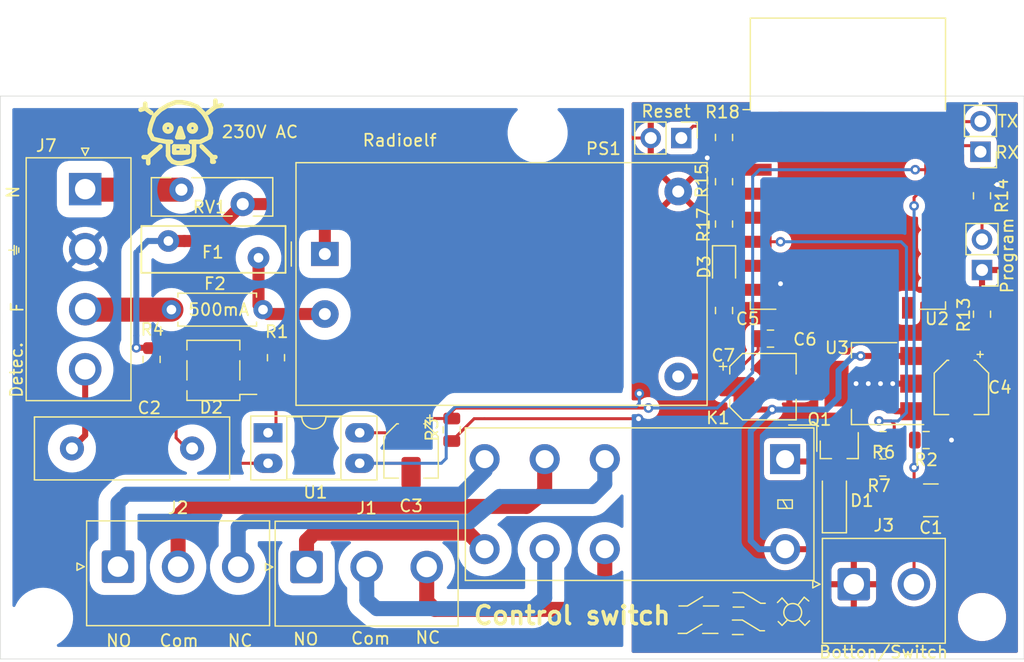
<source format=kicad_pcb>
(kicad_pcb (version 20200628) (host pcbnew "5.99.0-unknown-a61ea1f~102~ubuntu18.04.1")
  (layers (0 "F.Cu" signal) (31 "B.Cu" signal) (34 "B.Paste" user) (35 "F.Paste" user) (36 "B.SilkS" user) (37 "F.SilkS" user) (38 "B.Mask" user) (39 "F.Mask" user) (44 "Edge.Cuts" user))
  (net 0 "")
  (net 1 "/Control")
  (net 2 "GND")
  (net 3 "Net-(C2-Pad2)")
  (net 4 "Net-(C2-Pad1)")
  (net 5 "Net-(C3-Pad1)")
  (net 6 "+3V3")
  (net 7 "+5V")
  (net 8 "Net-(D1-Pad2)")
  (net 9 "Net-(D2-Pad3)")
  (net 10 "Net-(D2-Pad2)")
  (net 11 "Net-(D2-Pad1)")
  (net 12 "/Status")
  (net 13 "Net-(D3-Pad1)")
  (net 14 "/N")
  (net 15 "Net-(F1-Pad1)")
  (net 16 "/F")
  (net 17 "Net-(F2-Pad1)")
  (net 18 "Net-(J1-Pad3)")
  (net 19 "Net-(J1-Pad2)")
  (net 20 "Net-(J1-Pad1)")
  (net 21 "Net-(J2-Pad3)")
  (net 22 "Net-(J2-Pad2)")
  (net 23 "Net-(J2-Pad1)")
  (net 24 "Earth")
  (net 25 "Net-(J8-Pad2)")
  (net 26 "Net-(J8-Pad1)")
  (net 27 "Net-(JP1-Pad2)")
  (net 28 "Net-(JP2-Pad1)")
  (net 29 "Net-(Q1-Pad1)")
  (net 30 "Net-(R1-Pad2)")
  (net 31 "/Relay")
  (net 32 "Net-(R13-Pad2)")
  (net 33 "Net-(R15-Pad1)")
  (net 34 "Net-(U2-Pad17)")
  (net 35 "Net-(U2-Pad14)")
  (net 36 "Net-(U2-Pad13)")
  (net 37 "Net-(U2-Pad12)")
  (net 38 "Net-(U2-Pad11)")
  (net 39 "Net-(U2-Pad10)")
  (net 40 "Net-(U2-Pad9)")
  (net 41 "Net-(U2-Pad5)")
  (net 42 "Net-(U2-Pad2)")
  (net 43 "Net-(U2-Pad4)")
  (module "Fuse:Fuse_Bourns_MF-RG400" (layer "F.Cu") (at 114.7064 77.5716 180)
    (fp_text reference "F1" (at 2.4892 -4.0132) (layer "F.SilkS"))
    (fp_text value "SF70E")
    (pad "2" thru_hole circle (at 5.1 1.2 180) (size 2.01 2.01) (drill 1.01) (layers *.Cu *.Mask) (net 14 "/N"))
    (pad "1" thru_hole circle (at 0 0 180) (size 2.01 2.01) (drill 1.01) (layers *.Cu *.Mask) (net 15 "Net-(F1-Pad1)"))
  )
  (module "Package_TO_SOT_SMD:TO-269AA" (layer "F.Cu") (at 112.268 91.4146 180)
    (fp_text reference "D2" (at 0.1778 -3.0861) (layer "F.SilkS"))
    (fp_text value "MB6S")
    (pad "4" smd rect (at 3.075 -1.27 180) (size 1 0.8) (layers "F.Cu" "F.Paste" "F.Mask") (net 3 "Net-(C2-Pad2)"))
    (pad "3" smd rect (at 3.075 1.27 180) (size 1 0.8) (layers "F.Cu" "F.Paste" "F.Mask") (net 9 "Net-(D2-Pad3)"))
    (pad "2" smd rect (at -3.075 1.27 180) (size 1 0.8) (layers "F.Cu" "F.Paste" "F.Mask") (net 10 "Net-(D2-Pad2)"))
    (pad "1" smd rect (at -3.075 -1.27 180) (size 1 0.8) (layers "F.Cu" "F.Paste" "F.Mask") (net 11 "Net-(D2-Pad1)"))
  )
  (module "Symbol:Symbol_Danger_CopperTop_Small_mod" (layer "F.Cu") (at 109.5121 71.628)
    (fp_text reference "REF**" hide)
    (fp_text value "Danger" hide)
  )
  (module "MountingHole:MountingHole_3mm" (layer "F.Cu") (at 98.0948 112.014)
    (fp_text reference "REF**" hide)
    (fp_text value "3mm" hide)
    (pad "1" np_thru_hole circle (at 0 0) (size 3 3) (drill 3) (layers *.Cu *.Mask))
  )
  (module "MountingHole:MountingHole_3mm" (layer "F.Cu") (at 176.2125 111.9505)
    (fp_text reference "REF**" hide)
    (fp_text value "3mm" hide)
    (pad "1" np_thru_hole circle (at 0 0) (size 3 3) (drill 3) (layers *.Cu *.Mask))
  )
  (module "MountingHole:MountingHole_3mm" (layer "F.Cu") (at 139.2428 71.6407)
    (fp_text reference "REF**" hide)
    (fp_text value "3mm" hide)
    (pad "1" np_thru_hole circle (at 0 0) (size 3 3) (drill 3) (layers *.Cu *.Mask))
  )
  (module "Relay_THT:Relay_DPDT_Omron_G2RL" (layer "F.Cu") (at 159.8295 98.806 180)
    (fp_text reference "K1" (at 5.588 3.429 180) (layer "F.SilkS"))
    (fp_text value "SMI-5VDC-2C")
    (pad "8" thru_hole oval (at 0 -7.5 270) (size 2.5 2.5) (drill 1.5) (layers *.Cu *.Mask) (net 7 "+5V"))
    (pad "7" thru_hole oval (at 15 -7.5 270) (size 2.5 2.5) (drill 1.5) (layers *.Cu *.Mask) (net 18 "Net-(J1-Pad3)"))
    (pad "6" thru_hole oval (at 20 -7.5 270) (size 2.5 2.5) (drill 1.5) (layers *.Cu *.Mask) (net 19 "Net-(J1-Pad2)"))
    (pad "5" thru_hole oval (at 25 -7.5 270) (size 2.5 2.5) (drill 1.5) (layers *.Cu *.Mask) (net 20 "Net-(J1-Pad1)"))
    (pad "4" thru_hole oval (at 25 0 270) (size 2.5 2.5) (drill 1.5) (layers *.Cu *.Mask) (net 23 "Net-(J2-Pad1)"))
    (pad "3" thru_hole oval (at 20 0 270) (size 2.5 2.5) (drill 1.5) (layers *.Cu *.Mask) (net 22 "Net-(J2-Pad2)"))
    (pad "2" thru_hole oval (at 15 0 270) (size 2.5 2.5) (drill 1.5) (layers *.Cu *.Mask) (net 21 "Net-(J2-Pad3)"))
    (pad "1" thru_hole rect (at 0 0 270) (size 2.5 2.5) (drill 1.5) (layers *.Cu *.Mask) (net 8 "Net-(D1-Pad2)"))
  )
  (module "Package_DIP:DIP-4_W7.62mm_Socket_LongPads" (layer "F.Cu") (at 116.81652 96.611015)
    (fp_text reference "U1" (at 3.937 4.953) (layer "F.SilkS"))
    (fp_text value "TLP620")
    (pad "4" thru_hole oval (at 7.62 0) (size 2.4 1.6) (drill 0.8) (layers *.Cu *.Mask) (net 5 "Net-(C3-Pad1)"))
    (pad "2" thru_hole oval (at 0 2.54) (size 2.4 1.6) (drill 0.8) (layers *.Cu *.Mask) (net 11 "Net-(D2-Pad1)"))
    (pad "3" thru_hole oval (at 7.62 2.54) (size 2.4 1.6) (drill 0.8) (layers *.Cu *.Mask) (net 2 "GND"))
    (pad "1" thru_hole rect (at 0 0) (size 2.4 1.6) (drill 0.8) (layers *.Cu *.Mask) (net 30 "Net-(R1-Pad2)"))
  )
  (module "Package_TO_SOT_SMD:SOT-223-3_TabPin2" (layer "F.Cu") (at 167.259 92.5195 180)
    (fp_text reference "U3" (at 3.1115 2.9845) (layer "F.SilkS"))
    (fp_text value "LM1117-3.3")
    (pad "1" smd rect (at -3.15 -2.3 180) (size 2 1.5) (layers "F.Cu" "F.Paste" "F.Mask") (net 2 "GND"))
    (pad "3" smd rect (at -3.15 2.3 180) (size 2 1.5) (layers "F.Cu" "F.Paste" "F.Mask") (net 7 "+5V"))
    (pad "2" smd rect (at -3.15 0 180) (size 2 1.5) (layers "F.Cu" "F.Paste" "F.Mask") (net 6 "+3V3"))
    (pad "2" smd rect (at 3.15 0 180) (size 2 3.8) (layers "F.Cu" "F.Paste" "F.Mask") (net 6 "+3V3"))
  )
  (module "RF_Module:ESP-12E" (layer "F.Cu") (at 165.0565 74.208)
    (fp_text reference "U2" (at 7.4095 12.914) (layer "F.SilkS"))
    (fp_text value "ESP-12F")
    (pad "22" smd rect (at 7.6 -3.5) (size 2.5 1) (layers "F.Cu" "F.Paste" "F.Mask") (net 25 "Net-(J8-Pad2)"))
    (pad "21" smd rect (at 7.6 -1.5) (size 2.5 1) (layers "F.Cu" "F.Paste" "F.Mask") (net 26 "Net-(J8-Pad1)"))
    (pad "20" smd rect (at 7.6 0.5) (size 2.5 1) (layers "F.Cu" "F.Paste" "F.Mask") (net 5 "Net-(C3-Pad1)"))
    (pad "19" smd rect (at 7.6 2.5) (size 2.5 1) (layers "F.Cu" "F.Paste" "F.Mask") (net 1 "/Control"))
    (pad "18" smd rect (at 7.6 4.5) (size 2.5 1) (layers "F.Cu" "F.Paste" "F.Mask") (net 27 "Net-(JP1-Pad2)"))
    (pad "17" smd rect (at 7.6 6.5) (size 2.5 1) (layers "F.Cu" "F.Paste" "F.Mask") (net 34 "Net-(U2-Pad17)"))
    (pad "16" smd rect (at 7.6 8.5) (size 2.5 1) (layers "F.Cu" "F.Paste" "F.Mask") (net 32 "Net-(R13-Pad2)"))
    (pad "15" smd rect (at 7.6 10.5) (size 2.5 1) (layers "F.Cu" "F.Paste" "F.Mask") (net 2 "GND"))
    (pad "14" smd rect (at 5 12) (size 1 1.8) (layers "F.Cu" "F.Paste" "F.Mask") (net 35 "Net-(U2-Pad14)"))
    (pad "13" smd rect (at 3 12) (size 1 1.8) (layers "F.Cu" "F.Paste" "F.Mask") (net 36 "Net-(U2-Pad13)"))
    (pad "12" smd rect (at 1 12) (size 1 1.8) (layers "F.Cu" "F.Paste" "F.Mask") (net 37 "Net-(U2-Pad12)"))
    (pad "11" smd rect (at -1 12) (size 1 1.8) (layers "F.Cu" "F.Paste" "F.Mask") (net 38 "Net-(U2-Pad11)"))
    (pad "10" smd rect (at -3 12) (size 1 1.8) (layers "F.Cu" "F.Paste" "F.Mask") (net 39 "Net-(U2-Pad10)"))
    (pad "9" smd rect (at -5 12) (size 1 1.8) (layers "F.Cu" "F.Paste" "F.Mask") (net 40 "Net-(U2-Pad9)"))
    (pad "8" smd rect (at -7.6 10.5) (size 2.5 1) (layers "F.Cu" "F.Paste" "F.Mask") (net 6 "+3V3"))
    (pad "7" smd rect (at -7.6 8.5) (size 2.5 1) (layers "F.Cu" "F.Paste" "F.Mask") (net 12 "/Status"))
    (pad "6" smd rect (at -7.6 6.5) (size 2.5 1) (layers "F.Cu" "F.Paste" "F.Mask") (net 31 "/Relay"))
    (pad "5" smd rect (at -7.6 4.5) (size 2.5 1) (layers "F.Cu" "F.Paste" "F.Mask") (net 41 "Net-(U2-Pad5)"))
    (pad "4" smd rect (at -7.6 2.5) (size 2.5 1) (layers "F.Cu" "F.Paste" "F.Mask") (net 43 "Net-(U2-Pad4)"))
    (pad "3" smd rect (at -7.6 0.5) (size 2.5 1) (layers "F.Cu" "F.Paste" "F.Mask") (net 33 "Net-(R15-Pad1)"))
    (pad "2" smd rect (at -7.6 -1.5) (size 2.5 1) (layers "F.Cu" "F.Paste" "F.Mask") (net 42 "Net-(U2-Pad2)"))
    (pad "1" smd rect (at -7.6 -3.5) (size 2.5 1) (layers "F.Cu" "F.Paste" "F.Mask") (net 28 "Net-(JP2-Pad1)"))
  )
  (module "Varistor:RV_Disc_D12mm_W3.9mm_P7.5mm" (layer "F.Cu") (at 108.5215 80.645)
    (fp_text reference "RV1" (at 3.4417 -2.8194) (layer "F.SilkS"))
    (fp_text value "250V")
    (pad "2" thru_hole circle (at 7.5 1.4) (size 1.8 1.8) (drill 0.8) (layers *.Cu *.Mask) (net 17 "Net-(F2-Pad1)"))
    (pad "1" thru_hole circle (at 0 0) (size 1.8 1.8) (drill 0.8) (layers *.Cu *.Mask) (net 15 "Net-(F1-Pad1)"))
  )
  (module "Resistor_SMD:R_0805_2012Metric" (layer "F.Cu") (at 154.7495 72.024 -90)
    (fp_text reference "R18" (at -2.1105 0.127 180) (layer "F.SilkS"))
    (fp_text value "10K")
    (pad "2" smd roundrect (at 0.9375 0 270) (size 0.975 1.4) (layers "F.Cu" "F.Paste" "F.Mask") (net 6 "+3V3"))
    (pad "1" smd roundrect (at -0.9375 0 270) (size 0.975 1.4) (layers "F.Cu" "F.Paste" "F.Mask") (net 28 "Net-(JP2-Pad1)"))
  )
  (module "Resistor_SMD:R_0805_2012Metric" (layer "F.Cu") (at 154.7495 79.233 90)
    (fp_text reference "R17" (at -0.0785 -1.7145 90) (layer "F.SilkS"))
    (fp_text value "330R")
    (pad "2" smd roundrect (at 0.9375 0 90) (size 0.975 1.4) (layers "F.Cu" "F.Paste" "F.Mask") (net 2 "GND"))
    (pad "1" smd roundrect (at -0.9375 0 90) (size 0.975 1.4) (layers "F.Cu" "F.Paste" "F.Mask") (net 13 "Net-(D3-Pad1)"))
  )
  (module "Resistor_SMD:R_0805_2012Metric" (layer "F.Cu") (at 154.7495 75.707 -90)
    (fp_text reference "R15" (at -0.0785 1.8415 90) (layer "F.SilkS"))
    (fp_text value "1K")
    (pad "2" smd roundrect (at 0.9375 0 270) (size 0.975 1.4) (layers "F.Cu" "F.Paste" "F.Mask") (net 6 "+3V3"))
    (pad "1" smd roundrect (at -0.9375 0 270) (size 0.975 1.4) (layers "F.Cu" "F.Paste" "F.Mask") (net 33 "Net-(R15-Pad1)"))
  )
  (module "Resistor_SMD:R_0805_2012Metric" (layer "F.Cu") (at 176.2125 76.8835 -90)
    (fp_text reference "R14" (at 0 -1.65 90) (layer "F.SilkS"))
    (fp_text value "10K")
    (pad "2" smd roundrect (at 0.9375 0 270) (size 0.975 1.4) (layers "F.Cu" "F.Paste" "F.Mask") (net 27 "Net-(JP1-Pad2)"))
    (pad "1" smd roundrect (at -0.9375 0 270) (size 0.975 1.4) (layers "F.Cu" "F.Paste" "F.Mask") (net 6 "+3V3"))
  )
  (module "Resistor_SMD:R_0805_2012Metric" (layer "F.Cu") (at 176.2125 86.741 90)
    (fp_text reference "R13" (at -0.0635 -1.524 270) (layer "F.SilkS"))
    (fp_text value "1K")
    (pad "2" smd roundrect (at 0.9375 0 90) (size 0.975 1.4) (layers "F.Cu" "F.Paste" "F.Mask") (net 32 "Net-(R13-Pad2)"))
    (pad "1" smd roundrect (at -0.9375 0 90) (size 0.975 1.4) (layers "F.Cu" "F.Paste" "F.Mask") (net 2 "GND"))
  )
  (module "Resistor_SMD:R_0805_2012Metric" (layer "F.Cu") (at 167.9575 99.5045)
    (fp_text reference "R7" (at -0.3175 1.524) (layer "F.SilkS"))
    (fp_text value "10K")
    (pad "2" smd roundrect (at 0.9375 0) (size 0.975 1.4) (layers "F.Cu" "F.Paste" "F.Mask") (net 2 "GND"))
    (pad "1" smd roundrect (at -0.9375 0) (size 0.975 1.4) (layers "F.Cu" "F.Paste" "F.Mask") (net 29 "Net-(Q1-Pad1)"))
  )
  (module "Resistor_SMD:R_0805_2012Metric" (layer "F.Cu") (at 167.9725 97.2185)
    (fp_text reference "R6" (at 0.0485 1.016) (layer "F.SilkS"))
    (fp_text value "1K")
    (pad "2" smd roundrect (at 0.9375 0) (size 0.975 1.4) (layers "F.Cu" "F.Paste" "F.Mask") (net 31 "/Relay"))
    (pad "1" smd roundrect (at -0.9375 0) (size 0.975 1.4) (layers "F.Cu" "F.Paste" "F.Mask") (net 29 "Net-(Q1-Pad1)"))
  )
  (module "Resistor_SMD:R_0805_2012Metric" (layer "F.Cu") (at 107.1245 90.5025 -90)
    (fp_text reference "R4" (at -2.4915 -0.0635 180) (layer "F.SilkS"))
    (fp_text value "56K")
    (pad "2" smd roundrect (at 0.9375 0 270) (size 0.975 1.4) (layers "F.Cu" "F.Paste" "F.Mask") (net 9 "Net-(D2-Pad3)"))
    (pad "1" smd roundrect (at -0.9375 0 270) (size 0.975 1.4) (layers "F.Cu" "F.Paste" "F.Mask") (net 15 "Net-(F1-Pad1)"))
  )
  (module "Resistor_SMD:R_0805_2012Metric" (layer "F.Cu") (at 132.099141 96.363213 90)
    (fp_text reference "R3" (at 0 -1.65 90) (layer "F.SilkS"))
    (fp_text value "10K")
    (pad "2" smd roundrect (at 0.9375 0 90) (size 0.975 1.4) (layers "F.Cu" "F.Paste" "F.Mask") (net 5 "Net-(C3-Pad1)"))
    (pad "1" smd roundrect (at -0.9375 0 90) (size 0.975 1.4) (layers "F.Cu" "F.Paste" "F.Mask") (net 6 "+3V3"))
  )
  (module "Resistor_SMD:R_0805_2012Metric" (layer "F.Cu") (at 171.562 97.2185 180)
    (fp_text reference "R2" (at 0 -1.65) (layer "F.SilkS"))
    (fp_text value "10K")
    (pad "2" smd roundrect (at 0.9375 0 180) (size 0.975 1.4) (layers "F.Cu" "F.Paste" "F.Mask") (net 1 "/Control"))
    (pad "1" smd roundrect (at -0.9375 0 180) (size 0.975 1.4) (layers "F.Cu" "F.Paste" "F.Mask") (net 6 "+3V3"))
  )
  (module "Resistor_SMD:R_0805_2012Metric" (layer "F.Cu") (at 117.475 90.3605 -90)
    (fp_text reference "R1" (at -2.159 -0.0635 180) (layer "F.SilkS"))
    (fp_text value "2k7")
    (pad "2" smd roundrect (at 0.9375 0 270) (size 0.975 1.4) (layers "F.Cu" "F.Paste" "F.Mask") (net 30 "Net-(R1-Pad2)"))
    (pad "1" smd roundrect (at -0.9375 0 270) (size 0.975 1.4) (layers "F.Cu" "F.Paste" "F.Mask") (net 10 "Net-(D2-Pad2)"))
  )
  (module "Package_TO_SOT_SMD:SOT-23" (layer "F.Cu") (at 164.338 98.002489 -90)
    (fp_text reference "Q1" (at -2.498489 1.651 180) (layer "F.SilkS"))
    (fp_text value "BSS138")
    (pad "3" smd rect (at 1 0 270) (size 0.9 0.8) (layers "F.Cu" "F.Paste" "F.Mask") (net 8 "Net-(D1-Pad2)"))
    (pad "2" smd rect (at -1 0.95 270) (size 0.9 0.8) (layers "F.Cu" "F.Paste" "F.Mask") (net 2 "GND"))
    (pad "1" smd rect (at -1 -0.95 270) (size 0.9 0.8) (layers "F.Cu" "F.Paste" "F.Mask") (net 29 "Net-(Q1-Pad1)"))
  )
  (module "Converter_ACDC:Converter_ACDC_HiLink_HLK-PMxx" (layer "F.Cu") (at 121.539 81.7245)
    (fp_text reference "PS1" (at 23.1775 -8.763 180) (layer "F.SilkS"))
    (fp_text value "HLK-PM01")
    (pad "4" thru_hole circle (at 29.4 10.2) (size 2.3 2.3) (drill 1) (layers *.Cu *.Mask) (net 7 "+5V"))
    (pad "2" thru_hole circle (at 0 5) (size 2.3 2.3) (drill 1) (layers *.Cu *.Mask) (net 17 "Net-(F2-Pad1)"))
    (pad "1" thru_hole rect (at 0 0) (size 2.3 2) (drill 1) (layers *.Cu *.Mask) (net 15 "Net-(F1-Pad1)"))
    (pad "3" thru_hole circle (at 29.4 -5.2) (size 2.3 2.3) (drill 1) (layers *.Cu *.Mask) (net 2 "GND"))
  )
  (module "Connector_PinHeader_2.54mm:PinHeader_1x02_P2.54mm_Vertical" (layer "F.Cu") (at 151.1935 72.0725 -90)
    (fp_text reference "JP2" hide)
    (fp_text value "Reset" (at -2.2225 1.27 180) (layer "F.SilkS"))
    (pad "2" thru_hole oval (at 0 2.54 270) (size 1.7 1.7) (drill 1) (layers *.Cu *.Mask) (net 2 "GND"))
    (pad "1" thru_hole rect (at 0 0 270) (size 1.7 1.7) (drill 1) (layers *.Cu *.Mask) (net 28 "Net-(JP2-Pad1)"))
  )
  (module "Connector_PinHeader_2.54mm:PinHeader_1x02_P2.54mm_Vertical" (layer "F.Cu") (at 176.2125 83.058 180)
    (fp_text reference "JP1" hide)
    (fp_text value "Close to program" hide)
    (fp_text user "Program" (at -2.0955 1.2065 90) (layer "F.SilkS"))
    (pad "2" thru_hole oval (at 0 2.54 180) (size 1.7 1.7) (drill 1) (layers *.Cu *.Mask) (net 27 "Net-(JP1-Pad2)"))
    (pad "1" thru_hole rect (at 0 0 180) (size 1.7 1.7) (drill 1) (layers *.Cu *.Mask) (net 2 "GND"))
  )
  (module "Connector_PinHeader_2.54mm:PinHeader_1x02_P2.54mm_Vertical" (layer "F.Cu") (at 176.0855 73.2155 180)
    (fp_text reference "J8" hide)
    (fp_text value "Program")
    (pad "2" thru_hole oval (at 0 2.54 180) (size 1.7 1.7) (drill 1) (layers *.Cu *.Mask) (net 25 "Net-(J8-Pad2)"))
    (pad "1" thru_hole rect (at 0 0 180) (size 1.7 1.7) (drill 1) (layers *.Cu *.Mask) (net 26 "Net-(J8-Pad1)"))
  )
  (module "Connector_JST:JST_NV_B04P-NV_1x04_P5.00mm_Vertical" (layer "F.Cu") (at 101.6 76.327 -90)
    (fp_text reference "J7" (at -3.6195 3.2385 180) (layer "F.SilkS"))
    (fp_text value "230V AC")
    (pad "4" thru_hole circle (at 15 0 270) (size 2.7 2.7) (drill 1.7) (layers *.Cu *.Mask) (net 4 "Net-(C2-Pad1)"))
    (pad "3" thru_hole circle (at 10 0 270) (size 2.7 2.7) (drill 1.7) (layers *.Cu *.Mask) (net 16 "/F"))
    (pad "2" thru_hole circle (at 5 0 270) (size 2.7 2.7) (drill 1.7) (layers *.Cu *.Mask) (net 24 "Earth"))
    (pad "1" thru_hole rect (at 0 0 270) (size 2.7 2.7) (drill 1.7) (layers *.Cu *.Mask) (net 14 "/N"))
  )
  (module "Connector_JST:JST_NV_B02P-NV_1x02_P5.00mm_Vertical" (layer "F.Cu") (at 165.5445 109.22)
    (fp_text reference "J3" (at 2.5 -4.9) (layer "F.SilkS"))
    (fp_text value "Botton/Switch" (at 2.4765 5.6515) (layer "F.SilkS"))
    (pad "2" thru_hole circle (at 5 0) (size 2.7 2.7) (drill 1.7) (layers *.Cu *.Mask) (net 1 "/Control"))
    (pad "1" thru_hole roundrect (at 0 0) (size 2.7 2.7) (drill 1.7) (layers *.Cu *.Mask) (roundrect_rratio 0.09259296296296296) (net 2 "GND"))
  )
  (module "Connector_JST:JST_NV_B03P-NV_1x03_P5.00mm_Vertical" (layer "F.Cu") (at 104.3305 107.7595)
    (fp_text reference "J2" (at 5 -4.9) (layer "F.SilkS"))
    (fp_text value "Out 2")
    (pad "3" thru_hole circle (at 10 0) (size 2.7 2.7) (drill 1.7) (layers *.Cu *.Mask) (net 21 "Net-(J2-Pad3)"))
    (pad "2" thru_hole circle (at 5 0) (size 2.7 2.7) (drill 1.7) (layers *.Cu *.Mask) (net 22 "Net-(J2-Pad2)"))
    (pad "1" thru_hole roundrect (at 0 0) (size 2.7 2.7) (drill 1.7) (layers *.Cu *.Mask) (roundrect_rratio 0.09259296296296296) (net 23 "Net-(J2-Pad1)"))
  )
  (module "Connector_JST:JST_NV_B03P-NV_1x03_P5.00mm_Vertical" (layer "F.Cu") (at 120.015 107.788872)
    (fp_text reference "J1" (at 5 -4.9) (layer "F.SilkS"))
    (fp_text value "Out 1")
    (pad "3" thru_hole circle (at 10 0) (size 2.7 2.7) (drill 1.7) (layers *.Cu *.Mask) (net 18 "Net-(J1-Pad3)"))
    (pad "2" thru_hole circle (at 5 0) (size 2.7 2.7) (drill 1.7) (layers *.Cu *.Mask) (net 19 "Net-(J1-Pad2)"))
    (pad "1" thru_hole roundrect (at 0 0) (size 2.7 2.7) (drill 1.7) (layers *.Cu *.Mask) (roundrect_rratio 0.09259296296296296) (net 20 "Net-(J1-Pad1)"))
  )
  (module "Resistor_THT:R_Axial_DIN0207_L6.3mm_D2.5mm_P7.62mm_Horizontal" (layer "F.Cu") (at 116.3955 86.36 180)
    (fp_text reference "F2" (at 4.0005 2.159) (layer "F.SilkS"))
    (fp_text value "500mA" (at 3.683 0) (layer "F.SilkS"))
    (pad "2" thru_hole oval (at 7.62 0 180) (size 1.6 1.6) (drill 0.8) (layers *.Cu *.Mask) (net 16 "/F"))
    (pad "1" thru_hole circle (at 0 0 180) (size 1.6 1.6) (drill 0.8) (layers *.Cu *.Mask) (net 17 "Net-(F2-Pad1)"))
  )
  (module "LED_SMD:LED_0805_2012Metric" (layer "F.Cu") (at 154.7495 82.7255 -90)
    (fp_text reference "D3" (at 0.0785 1.651 90) (layer "F.SilkS"))
    (fp_text value "LED")
    (pad "2" smd roundrect (at 0.9375 0 270) (size 0.975 1.4) (layers "F.Cu" "F.Paste" "F.Mask") (net 12 "/Status"))
    (pad "1" smd roundrect (at -0.9375 0 270) (size 0.975 1.4) (layers "F.Cu" "F.Paste" "F.Mask") (net 13 "Net-(D3-Pad1)"))
  )
  (module "Diode_SMD:D_MiniMELF" (layer "F.Cu") (at 163.9316 102.3848 90)
    (fp_text reference "D1" (at 0.1244 2.286 180) (layer "F.SilkS"))
    (fp_text value "LL4148")
    (pad "2" smd rect (at 1.75 0 90) (size 1.3 1.7) (layers "F.Cu" "F.Paste" "F.Mask") (net 8 "Net-(D1-Pad2)"))
    (pad "1" smd rect (at -1.75 0 90) (size 1.3 1.7) (layers "F.Cu" "F.Paste" "F.Mask") (net 7 "+5V"))
  )
  (module "Capacitor_SMD:CP_Elec_5x4.4" (layer "F.Cu") (at 157.988 92.7735)
    (fp_text reference "C7" (at -3.302 -2.6035) (layer "F.SilkS"))
    (fp_text value "220uF")
    (pad "2" smd roundrect (at 2.2 0) (size 3 1.6) (layers "F.Cu" "F.Paste" "F.Mask") (roundrect_rratio 0.15625) (net 2 "GND"))
    (pad "1" smd roundrect (at -2.2 0) (size 3 1.6) (layers "F.Cu" "F.Paste" "F.Mask") (roundrect_rratio 0.15625) (net 7 "+5V"))
  )
  (module "Inductor_SMD:L_0805_2012Metric_Pad1.15x1.40mm_HandSolder" (layer "F.Cu") (at 158.614 88.773 180)
    (fp_text reference "C6" (at -2.8665 -0.0635) (layer "F.SilkS"))
    (fp_text value "100nF")
    (pad "2" smd roundrect (at 1.025 0 180) (size 1.15 1.4) (layers "F.Cu" "F.Paste" "F.Mask") (roundrect_rratio 0.2173904347826087) (net 7 "+5V"))
    (pad "1" smd roundrect (at -1.025 0 180) (size 1.15 1.4) (layers "F.Cu" "F.Paste" "F.Mask") (roundrect_rratio 0.2173904347826087) (net 2 "GND"))
  )
  (module "Inductor_SMD:L_0805_2012Metric_Pad1.15x1.40mm_HandSolder" (layer "F.Cu") (at 154.7495 86.4325 90)
    (fp_text reference "C5" (at -0.6895 1.9685 180) (layer "F.SilkS"))
    (fp_text value "100nF")
    (pad "2" smd roundrect (at 1.025 0 90) (size 1.15 1.4) (layers "F.Cu" "F.Paste" "F.Mask") (roundrect_rratio 0.2173904347826087) (net 6 "+3V3"))
    (pad "1" smd roundrect (at -1.025 0 90) (size 1.15 1.4) (layers "F.Cu" "F.Paste" "F.Mask") (roundrect_rratio 0.2173904347826087) (net 2 "GND"))
  )
  (module "Capacitor_SMD:CP_Elec_4x5.8" (layer "F.Cu") (at 174.498 92.837 -90)
    (fp_text reference "C4" (at 0 -3.2 180) (layer "F.SilkS"))
    (fp_text value "22uF")
    (pad "2" smd roundrect (at 1.8 0 270) (size 2.6 1.6) (layers "F.Cu" "F.Paste" "F.Mask") (roundrect_rratio 0.15625) (net 2 "GND"))
    (pad "1" smd roundrect (at -1.8 0 270) (size 2.6 1.6) (layers "F.Cu" "F.Paste" "F.Mask") (roundrect_rratio 0.15625) (net 6 "+3V3"))
  )
  (module "Capacitor_SMD:CP_Elec_4x3.9" (layer "F.Cu") (at 128.7145 98.126667 -90)
    (fp_text reference "C3" (at 4.572 0 180) (layer "F.SilkS"))
    (fp_text value "4.7uF")
    (pad "2" smd roundrect (at 1.8 0 270) (size 2.6 1.6) (layers "F.Cu" "F.Paste" "F.Mask") (roundrect_rratio 0.15625) (net 2 "GND"))
    (pad "1" smd roundrect (at -1.8 0 270) (size 2.6 1.6) (layers "F.Cu" "F.Paste" "F.Mask") (roundrect_rratio 0.15625) (net 5 "Net-(C3-Pad1)"))
  )
  (module "Capacitor_THT:C_Disc_D16.0mm_W5.0mm_P10.00mm" (layer "F.Cu") (at 100.498011 97.917)
    (fp_text reference "C2" (at 6.435989 -3.3782) (layer "F.SilkS"))
    (fp_text value "100nF/400V")
    (pad "2" thru_hole circle (at 10 0) (size 2 2) (drill 1) (layers *.Cu *.Mask) (net 3 "Net-(C2-Pad2)"))
    (pad "1" thru_hole circle (at 0 0) (size 2 2) (drill 1) (layers *.Cu *.Mask) (net 4 "Net-(C2-Pad1)"))
  )
  (module "Capacitor_SMD:C_1210_3225Metric" (layer "F.Cu") (at 171.958 102.235 180)
    (fp_text reference "C1" (at 0 -2.28) (layer "F.SilkS"))
    (fp_text value "1uF")
    (pad "2" smd roundrect (at 1.4 0 180) (size 1.25 2.65) (layers "F.Cu" "F.Paste" "F.Mask") (roundrect_rratio 0.2) (net 1 "/Control"))
    (pad "1" smd roundrect (at -1.4 0 180) (size 1.25 2.65) (layers "F.Cu" "F.Paste" "F.Mask") (roundrect_rratio 0.2) (net 2 "GND"))
  )
  (gr_text "Detec." (at 95.885 91.3765 90) (layer "F.SilkS") (effects (font (size 1 1))))
  (gr_line (start 96.0755 81.2165) (end 96.0755 81.5975) (layer "F.SilkS") (width 0.12))
  (gr_line (start 95.885 81.0895) (end 95.885 81.7245) (layer "F.SilkS") (width 0.12))
  (gr_line (start 95.6945 81.026) (end 95.6945 81.788) (layer "F.SilkS") (width 0.12))
  (gr_line (start 95.6945 81.407) (end 95.6945 81.026) (layer "F.SilkS") (width 0.12))
  (gr_line (start 95.25 81.407) (end 95.6945 81.407) (layer "F.SilkS") (width 0.12))
  (gr_text "F" (at 95.9485 86.1695 90) (layer "F.SilkS") (effects (font (size 1 1))))
  (gr_text "N" (at 95.504 76.581 270) (layer "F.SilkS") (effects (font (size 1 1))))
  (gr_text "230V AC" (at 116.1415 71.5645) (layer "F.SilkS") (effects (font (size 1 1))))
  (gr_line (start 151.638 113.31575) (end 152.781 112.61725) (layer "F.SilkS") (width 0.12))
  (gr_line (start 150.9395 113.31575) (end 151.638 113.31575) (layer "F.SilkS") (width 0.12))
  (gr_line (start 156.337 113.411) (end 155.448 113.411) (layer "F.SilkS") (width 0.12))
  (gr_line (start 152.781 112.61725) (end 152.908 112.55375) (layer "F.SilkS") (width 0.12))
  (gr_line (start 156.2735 112.2045) (end 155.448 112.2045) (layer "F.SilkS") (width 0.12))
  (gr_line (start 152.9715 113.31575) (end 154.2415 113.31575) (layer "F.SilkS") (width 0.12))
  (gr_line (start 158.115 113.0935) (end 157.734 113.0935) (layer "F.SilkS") (width 0.12))
  (gr_line (start 157.734 113.0935) (end 156.2735 112.2045) (layer "F.SilkS") (width 0.12))
  (gr_line (start 156.4005 111.125) (end 155.5115 111.125) (layer "F.SilkS") (width 0.12))
  (gr_line (start 156.337 109.9185) (end 155.5115 109.9185) (layer "F.SilkS") (width 0.12))
  (gr_line (start 157.7975 110.8075) (end 156.337 109.9185) (layer "F.SilkS") (width 0.12))
  (gr_line (start 158.1785 110.8075) (end 157.7975 110.8075) (layer "F.SilkS") (width 0.12))
  (gr_line (start 153.035 111.02975) (end 154.305 111.02975) (layer "F.SilkS") (width 0.12))
  (gr_line (start 152.8445 110.33125) (end 152.9715 110.26775) (layer "F.SilkS") (width 0.12))
  (gr_line (start 151.7015 111.02975) (end 152.8445 110.33125) (layer "F.SilkS") (width 0.12))
  (gr_line (start 151.003 111.02975) (end 151.7015 111.02975) (layer "F.SilkS") (width 0.12))
  (gr_line (start 161.4805 112.649) (end 161.8615 112.268) (layer "F.SilkS") (width 0.12))
  (gr_line (start 160.9725 112.141) (end 161.4805 112.649) (layer "F.SilkS") (width 0.12))
  (gr_line (start 159.5755 112.649) (end 159.258 112.3315) (layer "F.SilkS") (width 0.12))
  (gr_line (start 160.02 112.2045) (end 159.5755 112.649) (layer "F.SilkS") (width 0.12))
  (gr_line (start 159.5755 110.363) (end 159.1945 110.744) (layer "F.SilkS") (width 0.12))
  (gr_line (start 160.0835 110.9345) (end 159.5755 110.363) (layer "F.SilkS") (width 0.12))
  (gr_line (start 161.417 110.2995) (end 161.798 110.617) (layer "F.SilkS") (width 0.12))
  (gr_line (start 160.909 110.9345) (end 161.417 110.2995) (layer "F.SilkS") (width 0.12))
  (gr_circle (center 160.4645 111.5695) (end 161.0995 111.1885) (layer "F.SilkS") (width 0.12))
  (gr_text "Radioelf" (at 127.762 72.263) (layer "F.SilkS") (effects (font (size 1 1))))
  (gr_text "NO" (at 119.9515 113.792) (layer "F.SilkS") (effects (font (size 1 1))))
  (gr_text "NO" (at 104.394 113.919) (layer "F.SilkS") (effects (font (size 1 1))))
  (gr_text "Com" (at 125.349 113.7285) (layer "F.SilkS") (effects (font (size 1 1))))
  (gr_text "Com" (at 109.4105 113.919) (layer "F.SilkS") (effects (font (size 1 1))))
  (gr_text "NC" (at 114.4905 113.919) (layer "F.SilkS") (effects (font (size 1 1))))
  (gr_text "NC" (at 130.1115 113.665) (layer "F.SilkS") (effects (font (size 1 1))))
  (gr_text "Control switch\n" (at 142.113 111.8235) (layer "F.SilkS") (effects (font (size 1.5 1.5) (thickness 0.3))))
  (gr_text "RX" (at 178.308 73.279) (layer "F.SilkS") (effects (font (size 1 1))))
  (gr_text "TX" (at 178.3715 70.6755) (layer "F.SilkS") (effects (font (size 1 1))))
  (gr_line (start 179.705 115.443) (end 179.705 68.58) (layer "Edge.Cuts") (width 0.05))
  (gr_line (start 94.5515 115.443) (end 179.705 115.443) (layer "Edge.Cuts") (width 0.05))
  (gr_line (start 94.5388 68.58) (end 94.5515 115.443) (layer "Edge.Cuts") (width 0.05))
  (gr_line (start 179.705 68.58) (end 94.5388 68.58) (layer "Edge.Cuts") (width 0.05))
  (segment (start 163.9316 100.6348) (end 163.9316 99.046578) (width 0.5) (layer "F.Cu") (net 8))
  (segment (start 163.9316 99.046578) (end 163.887511 99.002489) (width 0.25) (layer "F.Cu") (net 8))
  (segment (start 163.9316 104.1348) (end 163.9316 104.158363) (width 0.25) (layer "F.Cu") (net 7))
  (segment (start 163.9316 104.158363) (end 161.783963 106.306) (width 0.5) (layer "F.Cu") (net 7))
  (segment (start 114.7064 77.5716) (end 121.0056 77.5716) (width 1) (layer "F.Cu") (net 15))
  (segment (start 121.0056 77.5716) (end 121.539 78.105) (width 1) (layer "F.Cu") (net 15))
  (segment (start 121.539 78.105) (end 121.539 81.7245) (width 1) (layer "F.Cu") (net 15))
  (segment (start 109.855 80.645) (end 111.633 80.645) (width 1) (layer "F.Cu") (net 15))
  (segment (start 111.633 80.645) (end 114.7064 77.5716) (width 1) (layer "F.Cu") (net 15))
  (segment (start 109.6064 76.3716) (end 101.6446 76.3716) (width 2) (layer "F.Cu") (net 14))
  (segment (start 101.6446 76.3716) (end 101.6 76.327) (width 0.25) (layer "F.Cu") (net 14))
  (segment (start 116.81652 99.151015) (end 115.610215 99.151015) (width 0.25) (layer "F.Cu") (net 11))
  (segment (start 115.610215 99.151015) (end 115.254615 99.151015) (width 0.25) (layer "F.Cu") (net 11))
  (segment (start 114.2238 92.6846) (end 113.7158 93.1926) (width 0.25) (layer "F.Cu") (net 11))
  (segment (start 115.343 92.6846) (end 114.2238 92.6846) (width 0.25) (layer "F.Cu") (net 11))
  (segment (start 113.7158 93.1926) (end 113.7158 98.7552) (width 0.25) (layer "F.Cu") (net 11))
  (segment (start 113.7158 98.7552) (end 114.111615 99.151015) (width 0.25) (layer "F.Cu") (net 11))
  (segment (start 114.111615 99.151015) (end 115.610215 99.151015) (width 0.25) (layer "F.Cu") (net 11))
  (segment (start 109.166 93.313) (end 109.166 92.7116) (width 0.25) (layer "F.Cu") (net 3))
  (segment (start 109.166 92.7116) (end 109.193 92.6846) (width 0.25) (layer "F.Cu") (net 3))
  (segment (start 109.166 91.113) (end 109.166 90.1716) (width 0.25) (layer "F.Cu") (net 9))
  (segment (start 109.166 90.1716) (end 109.193 90.1446) (width 0.25) (layer "F.Cu") (net 9))
  (segment (start 117.475 89.423) (end 115.7455 89.423) (width 0.25) (layer "F.Cu") (net 10))
  (segment (start 115.7455 89.423) (end 115.343 89.8255) (width 0.25) (layer "F.Cu") (net 10))
  (segment (start 115.343 89.8255) (end 115.343 90.1446) (width 0.25) (layer "F.Cu") (net 10))
  (segment (start 101.6 91.327) (end 101.6 96.815011) (width 0.5) (layer "F.Cu") (net 4))
  (segment (start 110.0455 97.917) (end 109.166 97.0375) (width 0.25) (layer "F.Cu") (net 3))
  (segment (start 109.166 97.0375) (end 109.166 93.313) (width 0.25) (layer "F.Cu") (net 3))
  (segment (start 110.498011 97.917) (end 110.0455 97.917) (width 0.25) (layer "F.Cu") (net 3))
  (segment (start 101.6 96.815011) (end 100.498011 97.917) (width 0.5) (layer "F.Cu") (net 4))
  (segment (start 124.43652 99.151015) (end 127.938848 99.151015) (width 0.25) (layer "F.Cu") (net 2))
  (segment (start 127.938848 99.151015) (end 128.7145 99.926667) (width 0.25) (layer "F.Cu") (net 2))
  (segment (start 124.43652 96.611015) (end 128.430152 96.611015) (width 0.25) (layer "F.Cu") (net 5))
  (segment (start 128.430152 96.611015) (end 128.7145 96.326667) (width 0.25) (layer "F.Cu") (net 5))
  (segment (start 124.43652 99.151015) (end 131.226985 99.151015) (width 0.25) (layer "B.Cu") (net 2))
  (segment (start 131.226985 99.151015) (end 131.6355 98.7425) (width 0.25) (layer "B.Cu") (net 2))
  (segment (start 124.43652 99.151015) (end 124.790005 99.5045) (width 0.25) (layer "F.Cu") (net 2))
  (segment (start 147.701 94.1705) (end 147.701 93.345) (width 0.25) (layer "B.Cu") (net 2))
  (segment (start 131.6355 95.1865) (end 132.3975 94.4245) (width 0.25) (layer "B.Cu") (net 2))
  (segment (start 124.43652 96.611015) (end 124.790005 96.9645) (width 0.25) (layer "F.Cu") (net 5))
  (segment (start 124.43652 99.151015) (end 124.790005 99.5045) (width 0.25) (layer "B.Cu") (net 2))
  (segment (start 128.292333 99.5045) (end 128.7145 99.926667) (width 0.25) (layer "F.Cu") (net 2))
  (segment (start 117.475 91.298) (end 117.475 95.952535) (width 0.25) (layer "F.Cu") (net 30))
  (segment (start 117.475 95.952535) (end 116.81652 96.611015) (width 0.25) (layer "F.Cu") (net 30))
  (segment (start 131.6355 98.7425) (end 131.6355 95.1865) (width 0.25) (layer "B.Cu") (net 2))
  (segment (start 147.447 94.4245) (end 147.701 94.1705) (width 0.25) (layer "B.Cu") (net 2))
  (segment (start 132.3975 94.4245) (end 147.447 94.4245) (width 0.25) (layer "B.Cu") (net 2))
  (segment (start 172.6565 76.708) (end 170.8785 76.708) (width 0.25) (layer "F.Cu") (net 1))
  (segment (start 170.561 77.0255) (end 170.561 77.724) (width 0.25) (layer "F.Cu") (net 1))
  (segment (start 170.8785 76.708) (end 170.561 77.0255) (width 0.25) (layer "F.Cu") (net 1))
  (segment (start 170.561 77.724) (end 170.561 95.9485) (width 0.25) (layer "B.Cu") (net 1))
  (segment (start 170.561 95.9485) (end 170.561 99.5045) (width 0.25) (layer "B.Cu") (net 1))
  (via (at 170.561 77.724) (size 0.8) (drill 0.4) (layers "F.Cu" "B.Cu") (net 1))
  (segment (start 170.6565 74.708) (end 157.702 74.708) (width 0.25) (layer "B.Cu") (net 5))
  (segment (start 157.702 74.708) (end 157.13075 75.27925) (width 0.25) (layer "B.Cu") (net 5))
  (segment (start 157.13075 75.27925) (end 157.13075 77.12075) (width 0.25) (layer "B.Cu") (net 5))
  (segment (start 172.6565 74.708) (end 170.6565 74.708) (width 0.25) (layer "F.Cu") (net 5))
  (via (at 170.6565 74.708) (size 0.8) (drill 0.4) (layers "F.Cu" "B.Cu") (net 5))
  (segment (start 147.193 71.628) (end 147.193 72.4535) (width 0.25) (layer "F.Cu") (net 2))
  (segment (start 148.6535 72.0725) (end 147.193 72.0725) (width 0.25) (layer "F.Cu") (net 2))
  (segment (start 147.193 72.0725) (end 147.193 71.628) (width 0.25) (layer "F.Cu") (net 2))
  (segment (start 154.178 94.5515) (end 157.13075 91.59875) (width 0.25) (layer "B.Cu") (net 5))
  (segment (start 148.463 94.5515) (end 132.3975 94.5515) (width 0.25) (layer "F.Cu") (net 5))
  (segment (start 148.463 94.5515) (end 154.178 94.5515) (width 0.25) (layer "B.Cu") (net 5))
  (segment (start 132.099141 94.849859) (end 132.099141 95.425713) (width 0.25) (layer "F.Cu") (net 5))
  (segment (start 132.3975 94.5515) (end 132.099141 94.849859) (width 0.25) (layer "F.Cu") (net 5))
  (segment (start 157.13075 91.59875) (end 157.13075 77.12075) (width 0.25) (layer "B.Cu") (net 5))
  (via (at 148.463 94.5515) (size 0.8) (drill 0.4) (layers "F.Cu" "B.Cu") (net 5))
  (segment (start 159.639 88.773) (end 159.639 87.884) (width 0.25) (layer "F.Cu") (net 2))
  (segment (start 159.639 87.884) (end 159.2125 87.4575) (width 0.25) (layer "F.Cu") (net 2))
  (segment (start 159.2125 87.4575) (end 154.7495 87.4575) (width 0.25) (layer "F.Cu") (net 2))
  (segment (start 132.099141 95.425713) (end 129.618287 95.425713) (width 0.25) (layer "F.Cu") (net 5))
  (segment (start 129.618287 95.425713) (end 128.717333 96.326667) (width 0.25) (layer "F.Cu") (net 5))
  (segment (start 128.717333 96.326667) (end 128.7145 96.326667) (width 0.25) (layer "F.Cu") (net 5))
  (segment (start 134.8105 95.4405) (end 133.959354 95.4405) (width 0.25) (layer "F.Cu") (net 6))
  (segment (start 133.959354 95.4405) (end 133.006854 96.393) (width 0.25) (layer "F.Cu") (net 6))
  (segment (start 132.099141 97.300713) (end 133.006854 96.393) (width 0.25) (layer "F.Cu") (net 6))
  (via (at 147.701 93.345) (size 0.8) (drill 0.4) (layers "F.Cu" "B.Cu") (net 2))
  (segment (start 147.6375 95.4405) (end 134.8105 95.4405) (width 0.25) (layer "F.Cu") (net 6))
  (segment (start 132.099141 95.425713) (end 132.08 95.406572) (width 0.25) (layer "F.Cu") (net 5))
  (segment (start 132.099141 97.300713) (end 132.08 97.319854) (width 0.25) (layer "F.Cu") (net 6))
  (segment (start 139.8295 110.3605) (end 138.811 111.252) (width 1.25) (layer "B.Cu") (net 19))
  (segment (start 139.8295 106.306) (end 139.8295 110.3605) (width 1.25) (layer "B.Cu") (net 19))
  (segment (start 138.811 111.252) (end 125.857 111.252) (width 1.25) (layer "B.Cu") (net 19))
  (segment (start 125.857 111.252) (end 125.0315 110.5535) (width 1.25) (layer "B.Cu") (net 19))
  (segment (start 125.0315 110.5535) (end 125.015 107.788872) (width 1.25) (layer "B.Cu") (net 19))
  (segment (start 120.65 104.9655) (end 120.015 105.6005) (width 1.25) (layer "F.Cu") (net 20))
  (segment (start 130.015 110.6475) (end 130.015 107.788872) (width 1.25) (layer "F.Cu") (net 18))
  (segment (start 120.015 105.6005) (end 120.015 107.788872) (width 1.25) (layer "F.Cu") (net 20))
  (segment (start 130.683 111.3155) (end 130.015 110.6475) (width 1.25) (layer "F.Cu") (net 18))
  (segment (start 144.8295 106.306) (end 144.8295 110.3135) (width 1.25) (layer "F.Cu") (net 18))
  (segment (start 143.8275 111.3155) (end 130.683 111.3155) (width 1.25) (layer "F.Cu") (net 18))
  (segment (start 144.8295 110.3135) (end 143.8275 111.3155) (width 1.25) (layer "F.Cu") (net 18))
  (segment (start 134.8295 106.306) (end 133.489 104.9655) (width 1.25) (layer "F.Cu") (net 20))
  (segment (start 133.489 104.9655) (end 120.65 104.9655) (width 1.25) (layer "F.Cu") (net 20))
  (segment (start 139.8295 101.534) (end 138.303 102.743) (width 1.25) (layer "F.Cu") (net 22))
  (segment (start 138.303 102.743) (end 110.1725 102.743) (width 1.25) (layer "F.Cu") (net 22))
  (segment (start 139.8295 98.806) (end 139.8295 101.534) (width 1.25) (layer "F.Cu") (net 22))
  (segment (start 109.3305 103.5685) (end 109.3305 107.7595) (width 1.25) (layer "F.Cu") (net 22))
  (segment (start 110.1725 102.743) (end 109.3305 103.5685) (width 1.25) (layer "F.Cu") (net 22))
  (segment (start 114.935 104.013) (end 114.3305 104.4905) (width 1.25) (layer "B.Cu") (net 21))
  (segment (start 133.477 104.013) (end 114.935 104.013) (width 1.25) (layer "B.Cu") (net 21))
  (segment (start 114.3305 104.4905) (end 114.3305 107.7595) (width 1.25) (layer "B.Cu") (net 21))
  (segment (start 104.67975 102.07625) (end 104.394 102.362) (width 1.25) (layer "B.Cu") (net 23))
  (segment (start 104.394 102.362) (end 104.3305 102.4255) (width 0.25) (layer "B.Cu") (net 23))
  (segment (start 104.3305 102.4255) (end 104.3305 103.505) (width 1.25) (layer "B.Cu") (net 23))
  (segment (start 132.9055 101.727) (end 105.029 101.727) (width 1.25) (layer "B.Cu") (net 23))
  (segment (start 105.029 101.727) (end 104.67975 102.07625) (width 1) (layer "B.Cu") (net 23))
  (segment (start 104.3305 103.505) (end 104.3305 107.7595) (width 1.25) (layer "B.Cu") (net 23))
  (segment (start 134.8295 98.806) (end 134.874 99.7585) (width 1.25) (layer "B.Cu") (net 23))
  (segment (start 134.874 99.7585) (end 132.9055 101.727) (width 1.25) (layer "B.Cu") (net 23))
  (segment (start 144.8295 100.852) (end 143.764 101.9175) (width 1.25) (layer "B.Cu") (net 21))
  (segment (start 144.8295 98.806) (end 144.8295 100.852) (width 1.25) (layer "B.Cu") (net 21))
  (segment (start 143.764 101.9175) (end 136.0805 101.9175) (width 1.25) (layer "B.Cu") (net 21))
  (segment (start 136.0805 101.9175) (end 133.604 104.013) (width 1.25) (layer "B.Cu") (net 21))
  (segment (start 170.558 102.235) (end 170.558 108.381) (width 0.25) (layer "F.Cu") (net 1))
  (segment (start 170.558 108.381) (end 170.227 108.712) (width 0.25) (layer "F.Cu") (net 1))
  (segment (start 159.8295 106.306) (end 161.783963 106.306) (width 0.5) (layer "F.Cu") (net 7))
  (segment (start 163.925134 100.664829) (end 163.8935 100.633195) (width 0.5) (layer "F.Cu") (net 8))
  (segment (start 167.64 95.631) (end 168.656 95.631) (width 0.25) (layer "F.Cu") (net 31))
  (segment (start 168.656 95.631) (end 168.91 95.885) (width 0.25) (layer "F.Cu") (net 31))
  (segment (start 168.91 95.885) (end 168.91 96.2025) (width 0.25) (layer "F.Cu") (net 31))
  (segment (start 167.64 95.631) (end 169.2275 95.631) (width 0.25) (layer "B.Cu") (net 31))
  (segment (start 168.91 96.2025) (end 168.91 97.2185) (width 0.25) (layer "F.Cu") (net 31))
  (segment (start 169.926 81.153) (end 169.4815 80.7085) (width 0.25) (layer "B.Cu") (net 31))
  (via (at 167.64 95.631) (size 0.8) (drill 0.4) (layers "F.Cu" "B.Cu") (net 31))
  (segment (start 169.926 94.9325) (end 169.926 81.153) (width 0.25) (layer "B.Cu") (net 31))
  (segment (start 169.2275 95.631) (end 169.926 94.9325) (width 0.25) (layer "B.Cu") (net 31))
  (segment (start 169.4815 80.7085) (end 159.4485 80.7085) (width 0.25) (layer "B.Cu") (net 31))
  (segment (start 170.561 99.5045) (end 170.561 102.232) (width 0.25) (layer "F.Cu") (net 1))
  (segment (start 170.561 99.5045) (end 170.561 97.282) (width 0.25) (layer "F.Cu") (net 1))
  (segment (start 170.561 102.232) (end 170.558 102.235) (width 0.25) (layer "F.Cu") (net 1))
  (segment (start 170.561 97.282) (end 170.6245 97.2185) (width 0.25) (layer "F.Cu") (net 1))
  (via (at 170.561 99.5045) (size 0.8) (drill 0.4) (layers "F.Cu" "B.Cu") (net 1))
  (segment (start 163.8935 99.008478) (end 163.887511 99.002489) (width 0.25) (layer "F.Cu") (net 8))
  (segment (start 163.887511 99.002489) (end 160.025989 99.002489) (width 0.5) (layer "F.Cu") (net 8))
  (segment (start 164.338 99.002489) (end 163.887511 99.002489) (width 0.25) (layer "F.Cu") (net 8))
  (segment (start 160.025989 99.002489) (end 159.8295 98.806) (width 0.25) (layer "F.Cu") (net 8))
  (segment (start 166.818989 97.002489) (end 167.035 97.2185) (width 0.25) (layer "F.Cu") (net 29))
  (segment (start 165.288 97.002489) (end 166.818989 97.002489) (width 0.25) (layer "F.Cu") (net 29))
  (segment (start 167.035 97.2185) (end 167.035 99.4895) (width 0.25) (layer "F.Cu") (net 29))
  (segment (start 167.035 99.4895) (end 167.02 99.5045) (width 0.25) (layer "F.Cu") (net 29))
  (segment (start 173.6725 97.2185) (end 172.4995 97.2185) (width 0.25) (layer "F.Cu") (net 6))
  (segment (start 158.75 94.6785) (end 156.972 96.4565) (width 0.5) (layer "B.Cu") (net 7))
  (segment (start 156.972 96.4565) (end 156.972 105.6005) (width 0.5) (layer "B.Cu") (net 7))
  (segment (start 156.972 105.6005) (end 157.6775 106.306) (width 0.5) (layer "B.Cu") (net 7))
  (segment (start 157.6775 106.306) (end 159.8295 106.306) (width 0.5) (layer "B.Cu") (net 7))
  (segment (start 157.589 88.773) (end 157.589 89.7435) (width 0.25) (layer "F.Cu") (net 7))
  (segment (start 157.589 89.7435) (end 155.788 91.5445) (width 0.25) (layer "F.Cu") (net 7))
  (segment (start 155.788 91.5445) (end 155.788 92.7735) (width 0.25) (layer "F.Cu") (net 7))
  (segment (start 156.21 94.6785) (end 155.829 94.2975) (width 0.5) (layer "F.Cu") (net 7))
  (segment (start 155.829 94.2975) (end 155.788 94.2565) (width 0.5) (layer "F.Cu") (net 7))
  (segment (start 155.788 94.2565) (end 155.788 92.7735) (width 0.5) (layer "F.Cu") (net 7))
  (segment (start 152.7575 91.9245) (end 153.0115 91.9245) (width 0.5) (layer "F.Cu") (net 7))
  (segment (start 153.0115 91.9245) (end 153.8605 92.7735) (width 0.5) (layer "F.Cu") (net 7))
  (segment (start 153.8605 92.7735) (end 155.788 92.7735) (width 0.5) (layer "F.Cu") (net 7))
  (segment (start 164.2745 91.44) (end 164.2745 93.6625) (width 0.5) (layer "B.Cu") (net 7))
  (segment (start 165.495 90.2195) (end 164.2745 91.44) (width 0.5) (layer "B.Cu") (net 7))
  (segment (start 164.2745 93.6625) (end 163.2585 94.6785) (width 0.5) (layer "B.Cu") (net 7))
  (via (at 166.116 90.2195) (size 0.8) (drill 0.4) (layers "F.Cu" "B.Cu") (net 7))
  (segment (start 170.409 90.2195) (end 166.116 90.2195) (width 0.5) (layer "F.Cu") (net 7))
  (segment (start 166.116 90.2195) (end 165.495 90.2195) (width 0.5) (layer "B.Cu") (net 7))
  (segment (start 163.2585 94.6785) (end 158.75 94.6785) (width 0.5) (layer "B.Cu") (net 7))
  (segment (start 157.2895 94.6785) (end 156.21 94.6785) (width 0.5) (layer "F.Cu") (net 7))
  (segment (start 158.75 94.6785) (end 157.2895 94.6785) (width 0.5) (layer "F.Cu") (net 7))
  (segment (start 157.2715 94.6965) (end 157.2895 94.6785) (width 0.25) (layer "F.Cu") (net 7))
  (via (at 158.75 94.6785) (size 0.8) (drill 0.4) (layers "F.Cu" "B.Cu") (net 7))
  (via (at 159.4485 80.7085) (size 0.8) (drill 0.4) (layers "F.Cu" "B.Cu") (net 31))
  (segment (start 159.4485 80.7085) (end 157.457 80.7085) (width 0.25) (layer "F.Cu") (net 31))
  (segment (start 157.457 80.7085) (end 157.4565 80.708) (width 0.25) (layer "F.Cu") (net 31))
  (segment (start 174.021 82.708) (end 174.6885 83.3755) (width 0.25) (layer "F.Cu") (net 32))
  (segment (start 175.0845 85.8035) (end 174.9575 85.8035) (width 0.25) (layer "F.Cu") (net 32))
  (segment (start 174.9575 85.8035) (end 174.6885 85.5345) (width 0.25) (layer "F.Cu") (net 32))
  (segment (start 174.6885 85.5345) (end 174.6885 83.3755) (width 0.25) (layer "F.Cu") (net 32))
  (segment (start 172.6565 82.708) (end 174.021 82.708) (width 0.25) (layer "F.Cu") (net 32))
  (segment (start 175.0845 85.8035) (end 176.2125 85.8035) (width 0.25) (layer "F.Cu") (net 32))
  (segment (start 174.498 91.037) (end 173.0155 92.5195) (width 0.25) (layer "F.Cu") (net 6))
  (segment (start 173.0155 92.5195) (end 170.409 92.5195) (width 0.25) (layer "F.Cu") (net 6))
  (segment (start 165.735 92.5195) (end 166.8145 92.5195) (width 0.5) (layer "F.Cu") (net 6))
  (segment (start 166.8145 92.5195) (end 167.767 92.5195) (width 0.5) (layer "F.Cu") (net 6))
  (via (at 166.751 92.5195) (size 0.8) (drill 0.4) (layers "F.Cu" "B.Cu") (net 6))
  (via (at 167.767 92.5195) (size 0.8) (drill 0.4) (layers "F.Cu" "B.Cu") (net 6))
  (segment (start 167.767 92.5195) (end 168.7195 92.5195) (width 0.5) (layer "F.Cu") (net 6))
  (segment (start 170.409 92.5195) (end 168.7195 92.5195) (width 0.5) (layer "F.Cu") (net 6))
  (via (at 168.783 92.5195) (size 0.8) (drill 0.4) (layers "F.Cu" "B.Cu") (net 6))
  (segment (start 164.109 92.5195) (end 165.735 92.5195) (width 0.5) (layer "F.Cu") (net 6))
  (via (at 165.735 92.5195) (size 0.8) (drill 0.4) (layers "F.Cu" "B.Cu") (net 6))
  (via (at 173.6725 97.2185) (size 0.8) (drill 0.4) (layers "F.Cu" "B.Cu") (net 6))
  (segment (start 108.5215 80.645) (end 109.855 80.645) (width 1) (layer "F.Cu") (net 15))
  (segment (start 105.8545 88.519) (end 105.8545 81.5975) (width 0.5) (layer "B.Cu") (net 15))
  (segment (start 105.8545 81.5975) (end 106.045 81.407) (width 0.25) (layer "B.Cu") (net 15))
  (segment (start 105.8545 89.535) (end 105.8545 88.519) (width 0.5) (layer "B.Cu") (net 15))
  (segment (start 106.045 81.407) (end 106.807 80.645) (width 0.5) (layer "B.Cu") (net 15))
  (segment (start 106.807 80.645) (end 108.5215 80.645) (width 0.5) (layer "B.Cu") (net 15))
  (segment (start 105.8545 89.535) (end 107.0945 89.535) (width 0.5) (layer "F.Cu") (net 15))
  (via (at 105.8545 89.535) (size 0.8) (drill 0.4) (layers "F.Cu" "B.Cu") (net 15))
  (segment (start 107.0945 89.535) (end 107.1245 89.565) (width 0.25) (layer "F.Cu") (net 15))
  (segment (start 108.839 91.44) (end 107.1245 91.44) (width 0.25) (layer "F.Cu") (net 9))
  (segment (start 109.166 91.113) (end 108.839 91.44) (width 0.25) (layer "F.Cu") (net 9))
  (segment (start 101.6635 76.3905) (end 101.6 76.327) (width 0.25) (layer "F.Cu") (net 14))
  (segment (start 121.539 86.7245) (end 116.76 86.7245) (width 1) (layer "F.Cu") (net 17))
  (segment (start 116.76 86.7245) (end 116.3955 86.36) (width 0.25) (layer "F.Cu") (net 17))
  (segment (start 116.0215 82.045) (end 116.0215 85.986) (width 1) (layer "F.Cu") (net 17))
  (segment (start 116.0215 85.986) (end 116.3955 86.36) (width 1) (layer "F.Cu") (net 17))
  (segment (start 108.7755 86.36) (end 101.633 86.36) (width 2) (layer "F.Cu") (net 16))
  (segment (start 101.633 86.36) (end 101.6 86.327) (width 0.25) (layer "F.Cu") (net 16))
  (segment (start 150.939 91.9245) (end 152.7575 91.9245) (width 0.5) (layer "F.Cu") (net 7))
  (segment (start 153.3525 73.7235) (end 153.3525 73.4695) (width 0.25) (layer "F.Cu") (net 6))
  (segment (start 153.3525 76.3905) (end 153.6065 76.6445) (width 0.25) (layer "F.Cu") (net 6))
  (via (at 153.3525 73.7235) (size 0.8) (drill 0.4) (layers "F.Cu" "B.Cu") (net 6))
  (segment (start 153.6065 76.6445) (end 154.7495 76.6445) (width 0.25) (layer "F.Cu") (net 6))
  (segment (start 153.3525 73.7235) (end 153.3525 76.3905) (width 0.25) (layer "F.Cu") (net 6))
  (segment (start 153.3525 73.4695) (end 153.8605 72.9615) (width 0.25) (layer "F.Cu") (net 6))
  (segment (start 153.8605 72.9615) (end 154.7495 72.9615) (width 0.25) (layer "F.Cu") (net 6))
  (via (at 159.4485 84.201) (size 0.8) (drill 0.4) (layers "F.Cu" "B.Cu") (net 6))
  (segment (start 158.9415 84.708) (end 159.4485 84.201) (width 0.5) (layer "F.Cu") (net 6))
  (segment (start 157.4565 84.708) (end 158.9415 84.708) (width 0.5) (layer "F.Cu") (net 6))
  (segment (start 157.4565 84.708) (end 156.465 84.708) (width 0.25) (layer "F.Cu") (net 6))
  (segment (start 156.465 84.708) (end 155.7655 85.4075) (width 0.25) (layer "F.Cu") (net 6))
  (segment (start 155.7655 85.4075) (end 154.7495 85.4075) (width 0.25) (layer "F.Cu") (net 6))
  (segment (start 154.7495 83.663) (end 155.478 83.663) (width 0.25) (layer "F.Cu") (net 12))
  (segment (start 155.478 83.663) (end 156.433 82.708) (width 0.25) (layer "F.Cu") (net 12))
  (segment (start 156.433 82.708) (end 157.4565 82.708) (width 0.25) (layer "F.Cu") (net 12))
  (segment (start 154.7495 80.1705) (end 154.7495 81.788) (width 0.25) (layer "F.Cu") (net 13))
  (segment (start 157.4565 74.708) (end 154.811 74.708) (width 0.25) (layer "F.Cu") (net 33))
  (segment (start 154.811 74.708) (end 154.7495 74.7695) (width 0.25) (layer "F.Cu") (net 33))
  (segment (start 172.6565 72.708) (end 175.578 72.708) (width 0.25) (layer "F.Cu") (net 26))
  (segment (start 175.578 72.708) (end 176.0855 73.2155) (width 0.25) (layer "F.Cu") (net 26))
  (segment (start 172.6565 70.708) (end 176.053 70.708) (width 0.25) (layer "F.Cu") (net 25))
  (segment (start 176.053 70.708) (end 176.0855 70.6755) (width 0.25) (layer "F.Cu") (net 25))
  (segment (start 176.2125 75.946) (end 177.4825 75.946) (width 0.25) (layer "F.Cu") (net 6))
  (via (at 177.4825 75.946) (size 0.8) (drill 0.4) (layers "F.Cu" "B.Cu") (net 6))
  (segment (start 176.2125 78.613) (end 176.2125 80.518) (width 0.25) (layer "F.Cu") (net 27))
  (segment (start 172.6565 78.708) (end 176.1175 78.708) (width 0.25) (layer "F.Cu") (net 27))
  (segment (start 176.1175 78.708) (end 176.2125 78.613) (width 0.25) (layer "F.Cu") (net 27))
  (segment (start 176.2125 78.613) (end 176.2125 77.821) (width 0.25) (layer "F.Cu") (net 27))
  (via (at 147.6375 95.4405) (size 0.8) (drill 0.4) (layers "F.Cu" "B.Cu") (net 6))
  (segment (start 154.7495 71.0865) (end 152.1795 71.0865) (width 0.25) (layer "F.Cu") (net 28))
  (segment (start 152.1795 71.0865) (end 151.1935 72.0725) (width 0.25) (layer "F.Cu") (net 28))
  (segment (start 157.4565 70.708) (end 155.128 70.708) (width 0.25) (layer "F.Cu") (net 28))
  (segment (start 155.128 70.708) (end 154.7495 71.0865) (width 0.25) (layer "F.Cu") (net 28))
  (zone (net 2) (net_name "GND") (layer "F.Cu") (connect_pads (clearance 0.508)) (min_thickness 0.254) (fill yes (thermal_gap 0.508) (thermal_bridge_width 0.508))
    (polygon (pts (xy 156.972 69.88175) (xy 173.228 69.908143) (xy 173.228 68.574643) (xy 179.705 68.58) (xy 179.705 115.443) (xy 147.066 115.437643) (xy 147.066 68.574643) (xy 156.972 68.54825)))
  )
  (zone (net 6) (net_name "+3V3") (layer "B.Cu") (connect_pads (clearance 0.508)) (min_thickness 0.254) (fill yes (thermal_gap 0.508) (thermal_bridge_width 0.508))
    (polygon (pts (xy 156.972 69.88175) (xy 173.228 69.88175) (xy 173.228 68.58) (xy 179.705 68.5165) (xy 179.705 115.3795) (xy 147.066 115.439536) (xy 147.066 68.576536) (xy 156.972 68.54825)))
  )
  (zone (net 24) (net_name "Earth") (layer "B.Cu") (connect_pads (clearance 1)) (min_thickness 0.254) (fill yes (thermal_gap 0.508) (thermal_bridge_width 0.508))
    (polygon (pts (xy 146.431 68.7705) (xy 146.3675 115.443) (xy 94.5388 115.4557) (xy 94.5261 68.6435) (xy 146.431 68.58)))
  )
)
</source>
